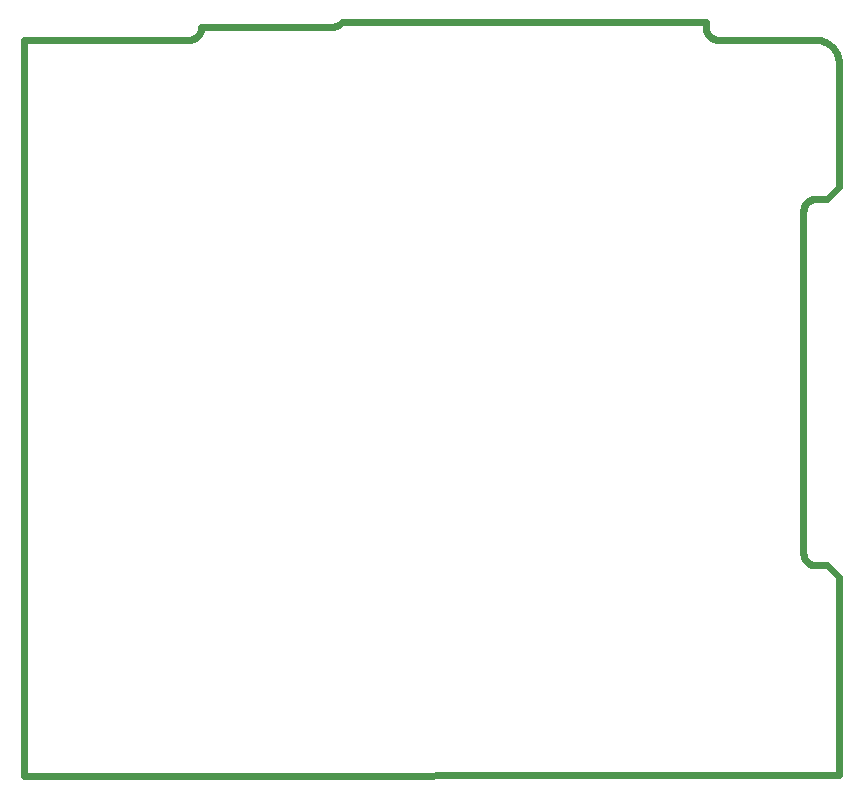
<source format=gm1>
G04 #@! TF.GenerationSoftware,KiCad,Pcbnew,(6.0.11)*
G04 #@! TF.CreationDate,2024-01-03T02:28:53+00:00*
G04 #@! TF.ProjectId,Tait_TM8XXX_TNC_Adapter,54616974-5f54-44d3-9858-58585f544e43,rev?*
G04 #@! TF.SameCoordinates,Original*
G04 #@! TF.FileFunction,Profile,NP*
%FSLAX46Y46*%
G04 Gerber Fmt 4.6, Leading zero omitted, Abs format (unit mm)*
G04 Created by KiCad (PCBNEW (6.0.11)) date 2024-01-03 02:28:53*
%MOMM*%
%LPD*%
G01*
G04 APERTURE LIST*
G04 #@! TA.AperFunction,Profile*
%ADD10C,0.569539*%
G04 #@! TD*
G04 APERTURE END LIST*
D10*
X212533108Y-63209019D02*
X212487728Y-63226960D01*
X212105261Y-93783143D02*
X212136726Y-93819450D01*
X214876381Y-51648014D02*
X214876381Y-51648014D01*
X212724412Y-63159749D02*
X212675246Y-63168565D01*
X160615844Y-49319747D02*
X160647324Y-49283431D01*
X214873770Y-51545374D02*
X214876381Y-51648014D01*
X204565155Y-49646814D02*
X204616493Y-49648120D01*
X204273221Y-49587240D02*
X204319643Y-49603009D01*
X160077275Y-49627685D02*
X160125571Y-49616481D01*
X213876381Y-63148197D02*
X212876381Y-63148197D01*
X211955265Y-93536298D02*
X211975329Y-93580574D01*
X204616493Y-49648120D02*
X212876381Y-49648120D01*
X203621732Y-48750107D02*
X203628108Y-48800030D01*
X214478132Y-50452784D02*
X214533988Y-50531224D01*
X211887996Y-63996167D02*
X211881620Y-64046125D01*
X160731065Y-49165827D02*
X160755200Y-49123954D01*
X160755200Y-49123954D02*
X160777340Y-49080851D01*
X211888056Y-93299601D02*
X211896871Y-93348771D01*
X214355722Y-50304567D02*
X214418668Y-50377190D01*
X172806496Y-48146930D02*
X172806496Y-48146930D01*
X203661625Y-48944848D02*
X203677382Y-48991257D01*
X204464524Y-49636555D02*
X204514478Y-49642938D01*
X203616555Y-48147937D02*
X203616555Y-48147937D01*
X211921569Y-93444492D02*
X211937324Y-93490916D01*
X172402381Y-48465003D02*
X172454880Y-48440553D01*
X203616555Y-48147937D02*
X203616555Y-48648166D01*
X211921513Y-63851276D02*
X211908006Y-63898679D01*
X212675330Y-94127202D02*
X212724504Y-94136018D01*
X211896871Y-93348771D02*
X211908064Y-93397089D01*
X213469958Y-49738299D02*
X213562795Y-49769823D01*
X160125571Y-49616481D02*
X160172957Y-49602963D01*
X213993225Y-49990492D02*
X214071669Y-50046344D01*
X212136726Y-93819450D02*
X212169869Y-93854206D01*
X212278728Y-93948535D02*
X212317947Y-93976453D01*
X212358475Y-63293265D02*
X212317898Y-63319315D01*
X172555174Y-48382995D02*
X172602638Y-48350050D01*
X212876381Y-49648120D02*
X212979026Y-49650732D01*
X203616555Y-48648166D02*
X203616555Y-48648166D01*
X214147267Y-50105805D02*
X214219894Y-50168748D01*
X160172957Y-49602963D02*
X160219368Y-49587194D01*
X160777340Y-49080851D02*
X160797420Y-49036583D01*
X214678626Y-50782335D02*
X214718771Y-50870879D01*
X160876259Y-48548221D02*
X172006447Y-48547718D01*
X203815603Y-49245675D02*
X203845327Y-49283477D01*
X212876503Y-94147571D02*
X213876442Y-94147571D01*
X160677063Y-49245630D02*
X160704998Y-49206407D01*
X211876503Y-93147617D02*
X211877808Y-93198960D01*
X214853262Y-51344169D02*
X214866021Y-51444050D01*
X212358526Y-94002503D02*
X212400402Y-94026621D01*
X213828313Y-49890124D02*
X213912064Y-49938377D01*
X212075538Y-93745349D02*
X212105261Y-93783143D01*
X213180239Y-49671238D02*
X213278553Y-49688879D01*
X212317947Y-93976453D02*
X212358526Y-94002503D01*
X172237464Y-48520056D02*
X172293507Y-48504836D01*
X160864694Y-48799985D02*
X160871076Y-48750061D01*
X214071669Y-50046344D02*
X214147267Y-50105805D01*
X214533988Y-50531224D02*
X214586107Y-50612380D01*
X212876381Y-49648120D02*
X212876381Y-49648120D01*
X214718771Y-50870879D02*
X214754671Y-50961631D01*
X214813223Y-51149249D02*
X214835620Y-51245860D01*
X212021570Y-93665554D02*
X212047620Y-93706132D01*
X212169823Y-63441562D02*
X212136680Y-63476318D01*
X211937324Y-93490916D02*
X211955265Y-93536298D01*
X214219894Y-50168748D02*
X214289421Y-50235044D01*
X212443511Y-94048744D02*
X212487789Y-94068808D01*
X203628108Y-48800030D02*
X203636925Y-48849171D01*
X212487789Y-94068808D02*
X212533174Y-94086749D01*
X212021520Y-63630214D02*
X211997401Y-63672087D01*
X160876259Y-48548221D02*
X160876259Y-48548221D01*
X211876503Y-93147617D02*
X211876503Y-93147617D01*
X172122993Y-48540693D02*
X172180571Y-48532035D01*
X172348535Y-48486458D02*
X172402381Y-48465003D01*
X211896813Y-63946997D02*
X211887996Y-63996167D01*
X212047620Y-93706132D02*
X212075538Y-93745349D01*
X172691370Y-48276236D02*
X172732307Y-48235530D01*
X212724504Y-94136018D02*
X212774467Y-94142394D01*
X172602638Y-48350050D02*
X172648092Y-48314436D01*
X213742100Y-49845863D02*
X213828313Y-49890124D01*
X203695324Y-49036628D02*
X203715389Y-49080897D01*
X211876442Y-64148151D02*
X211876442Y-64148151D01*
X213876442Y-94147571D02*
X213876442Y-94147571D01*
X212774467Y-94142394D02*
X212825154Y-94146266D01*
X203980999Y-49419194D02*
X204018793Y-49448932D01*
X160831146Y-48944803D02*
X160844665Y-48897419D01*
X203944692Y-49387715D02*
X203980999Y-49419194D01*
X159978205Y-49642892D02*
X160028131Y-49636510D01*
X211908006Y-63898679D02*
X211896813Y-63946997D01*
X204098587Y-49502932D02*
X204140460Y-49527066D01*
X214418668Y-50377190D02*
X214478132Y-50452784D01*
X172770738Y-48192401D02*
X172806496Y-48146930D01*
X203761633Y-49165873D02*
X203787684Y-49206453D01*
X159927560Y-49646768D02*
X159978205Y-49642892D01*
X212047571Y-63589636D02*
X212021520Y-63630214D01*
X160876259Y-48648120D02*
X160876259Y-48548221D01*
X211908064Y-93397089D02*
X211921569Y-93444492D01*
X211997452Y-93623681D02*
X212021570Y-93665554D01*
X214586107Y-50612380D02*
X214634362Y-50696126D01*
X212876381Y-63148197D02*
X212825043Y-63149502D01*
X203648119Y-48897465D02*
X203661625Y-48944848D01*
X160393992Y-49502886D02*
X160434574Y-49476820D01*
X212825154Y-94146266D02*
X212876503Y-94147571D01*
X204058010Y-49476866D02*
X204098587Y-49502932D01*
X160797420Y-49036583D02*
X160815377Y-48991212D01*
X172454880Y-48440553D02*
X172505866Y-48413190D01*
X214876381Y-51648014D02*
X214876381Y-62147739D01*
X160309012Y-49549159D02*
X160352117Y-49527020D01*
X204514478Y-49642938D02*
X204565155Y-49646814D01*
X212400348Y-63269147D02*
X212358475Y-63293265D01*
X172732307Y-48235530D02*
X172770738Y-48192401D01*
X212533174Y-94086749D02*
X212579601Y-94102504D01*
X212579601Y-94102504D02*
X212627008Y-94116010D01*
X172293507Y-48504836D02*
X172348535Y-48486458D01*
X160871076Y-48750061D02*
X160874953Y-48699418D01*
X160874953Y-48699418D02*
X160876259Y-48648120D01*
X211877808Y-93198960D02*
X211881680Y-93249643D01*
X212136680Y-63476318D02*
X212105215Y-63512625D01*
X212240887Y-63376956D02*
X212204580Y-63408420D01*
X211881680Y-93249643D02*
X211888056Y-93299601D01*
X212204626Y-93887348D02*
X212240933Y-93918812D01*
X212675246Y-63168565D02*
X212626931Y-63179758D01*
X160582688Y-49354515D02*
X160615844Y-49319747D01*
X160473798Y-49448886D02*
X160511601Y-49419148D01*
X145876015Y-111960963D02*
X214876381Y-111950000D01*
X172180571Y-48532035D02*
X172237464Y-48520056D01*
X204183566Y-49549205D02*
X204227841Y-49569284D01*
X213562795Y-49769823D02*
X213653551Y-49805720D01*
X214754671Y-50961631D02*
X214786197Y-51054464D01*
X213876442Y-94147571D02*
X214876381Y-95147525D01*
X160876259Y-48648120D02*
X160876259Y-48648120D01*
X172648092Y-48314436D02*
X172691370Y-48276236D01*
X211881620Y-64046125D02*
X211877747Y-64096807D01*
X203636925Y-48849171D02*
X203648119Y-48897465D01*
X204227841Y-49569284D02*
X204273221Y-49587240D01*
X160352117Y-49527020D02*
X160393992Y-49502886D01*
X213912064Y-49938377D02*
X213993225Y-49990492D01*
X203737513Y-49124000D02*
X203761633Y-49165873D01*
X212317898Y-63319315D02*
X212278681Y-63347233D01*
X160434574Y-49476820D02*
X160473798Y-49448886D01*
X203909935Y-49354560D02*
X203944692Y-49387715D01*
X160815377Y-48991212D02*
X160831146Y-48944803D01*
X213278553Y-49688879D02*
X213375168Y-49711275D01*
X160844665Y-48897419D02*
X160855868Y-48849125D01*
X212579530Y-63193264D02*
X212533108Y-63209019D01*
X211937269Y-63804852D02*
X211921513Y-63851276D01*
X214835620Y-51245860D02*
X214853262Y-51344169D01*
X212075491Y-63550419D02*
X212047571Y-63589636D01*
X214634362Y-50696126D02*
X214678626Y-50782335D01*
X172006447Y-48547718D02*
X172064897Y-48545948D01*
X212443454Y-63247024D02*
X212400348Y-63269147D01*
X159876259Y-49648075D02*
X159876259Y-49648075D01*
X203616555Y-48648166D02*
X203617859Y-48699464D01*
X213375168Y-49711275D02*
X213469958Y-49738299D01*
X160028131Y-49636510D02*
X160077275Y-49627685D01*
X160647324Y-49283431D02*
X160677063Y-49245630D01*
X212627008Y-94116010D02*
X212675330Y-94127202D01*
X212169869Y-93854206D02*
X212204626Y-93887348D01*
X212825043Y-63149502D02*
X212774365Y-63153374D01*
X212626931Y-63179758D02*
X212579530Y-63193264D01*
X172505866Y-48413190D02*
X172555174Y-48382995D01*
X204319643Y-49603009D02*
X204367043Y-49616527D01*
X213876381Y-63148197D02*
X213876381Y-63148197D01*
X172006447Y-48547718D02*
X172006447Y-48547718D01*
X160855868Y-48849125D02*
X160864694Y-48799985D01*
X214289421Y-50235044D02*
X214355722Y-50304567D01*
X211975329Y-93580574D02*
X211997452Y-93623681D01*
X203845327Y-49283477D02*
X203876792Y-49319793D01*
X212278681Y-63347233D02*
X212240887Y-63376956D01*
X212400402Y-94026621D02*
X212443511Y-94048744D01*
X160511601Y-49419148D02*
X160547919Y-49387669D01*
X214786197Y-51054464D02*
X214813223Y-51149249D01*
X204367043Y-49616527D02*
X204415358Y-49627731D01*
X203617859Y-48699464D02*
X203621732Y-48750107D01*
X212876381Y-63148197D02*
X212876381Y-63148197D01*
X214876381Y-62147739D02*
X213876381Y-63148197D01*
X212487728Y-63226960D02*
X212443454Y-63247024D01*
X145876015Y-49659038D02*
X145876015Y-111960963D01*
X203787684Y-49206453D02*
X203815603Y-49245675D01*
X213653551Y-49805720D02*
X213742100Y-49845863D01*
X212876503Y-94147571D02*
X212876503Y-94147571D01*
X204018793Y-49448932D02*
X204058010Y-49476866D01*
X203715389Y-49080897D02*
X203737513Y-49124000D01*
X213080354Y-49658480D02*
X213180239Y-49671238D01*
X211955212Y-63759470D02*
X211937269Y-63804852D01*
X211975277Y-63715194D02*
X211955212Y-63759470D01*
X214876381Y-95147525D02*
X214876381Y-111950000D01*
X211876503Y-93147617D02*
X211876503Y-93147617D01*
X204415358Y-49627731D02*
X204464524Y-49636555D01*
X204616493Y-49648120D02*
X204616493Y-49648120D01*
X214876381Y-95147525D02*
X214876381Y-95147525D01*
X145876015Y-49659038D02*
X159876259Y-49648075D01*
X211876442Y-64148151D02*
X211876503Y-93147617D01*
X160704998Y-49206407D02*
X160731065Y-49165827D01*
X203876792Y-49319793D02*
X203909935Y-49354560D01*
X160264741Y-49569238D02*
X160309012Y-49549159D01*
X172064897Y-48545948D02*
X172122993Y-48540693D01*
X203677382Y-48991257D02*
X203695324Y-49036628D01*
X214876381Y-62147739D02*
X214876381Y-62147739D01*
X160219368Y-49587194D02*
X160264741Y-49569238D01*
X160547919Y-49387669D02*
X160582688Y-49354515D01*
X214866021Y-51444050D02*
X214873770Y-51545374D01*
X212240933Y-93918812D02*
X212278728Y-93948535D01*
X211877747Y-64096807D02*
X211876442Y-64148151D01*
X212204580Y-63408420D02*
X212169823Y-63441562D01*
X212105215Y-63512625D02*
X212075491Y-63550419D01*
X172806496Y-48146930D02*
X203616555Y-48147937D01*
X159876259Y-49648075D02*
X159927560Y-49646768D01*
X212979026Y-49650732D02*
X213080354Y-49658480D01*
X204140460Y-49527066D02*
X204183566Y-49549205D01*
X212774365Y-63153374D02*
X212724412Y-63159749D01*
X211997401Y-63672087D02*
X211975277Y-63715194D01*
M02*

</source>
